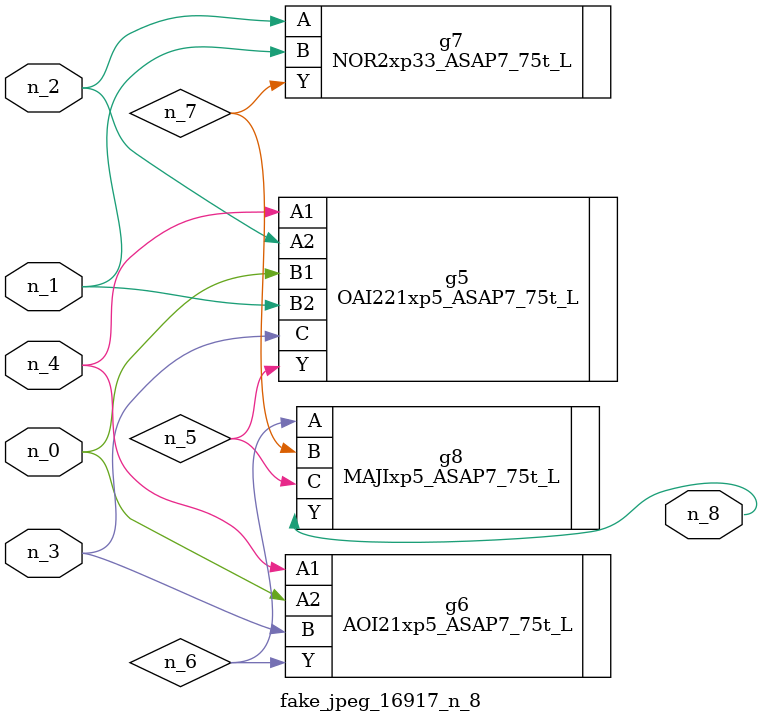
<source format=v>
module fake_jpeg_16917_n_8 (n_3, n_2, n_1, n_0, n_4, n_8);

input n_3;
input n_2;
input n_1;
input n_0;
input n_4;

output n_8;

wire n_6;
wire n_5;
wire n_7;

OAI221xp5_ASAP7_75t_L g5 ( 
.A1(n_4),
.A2(n_2),
.B1(n_0),
.B2(n_1),
.C(n_3),
.Y(n_5)
);

AOI21xp5_ASAP7_75t_L g6 ( 
.A1(n_4),
.A2(n_0),
.B(n_3),
.Y(n_6)
);

NOR2xp33_ASAP7_75t_L g7 ( 
.A(n_2),
.B(n_1),
.Y(n_7)
);

MAJIxp5_ASAP7_75t_L g8 ( 
.A(n_6),
.B(n_7),
.C(n_5),
.Y(n_8)
);


endmodule
</source>
